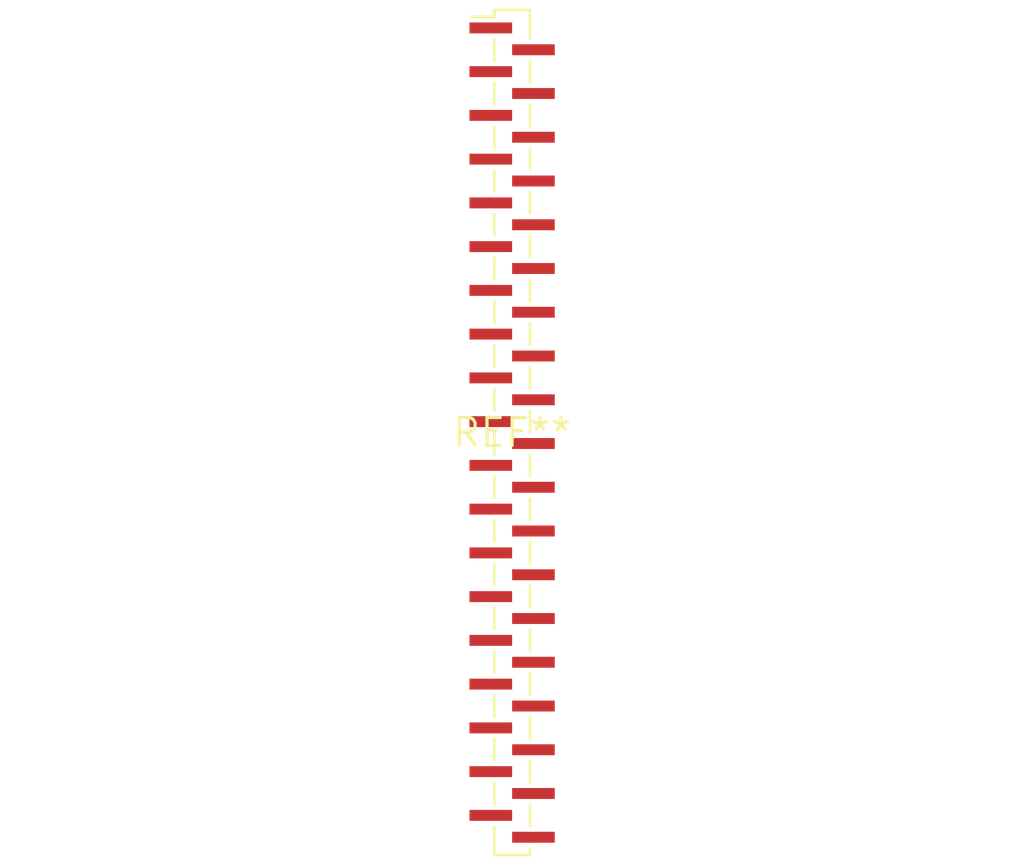
<source format=kicad_pcb>
(kicad_pcb (version 20240108) (generator pcbnew)
  (layers (0 "F.Cu" signal) (31 "B.Cu" signal) (34 "B.Paste" user) (35 "F.Paste" user) (36 "B.SilkS" user "B.Silkscreen") (37 "F.SilkS" user "F.Silkscreen") (38 "B.Mask" user) (39 "F.Mask" user) (44 "Edge.Cuts" user))
  (net 0 "")
  (footprint "PinSocket_1x38_P1.00mm_Vertical_SMD_Pin1Left" (layer "F.Cu") (at 0 0)
    (property "Reference" "REF**")
    (property "Value" "PinSocket_1x38_P1.00mm_Vertical_SMD_Pin1Left")
    (fp_line (start -1.89 -19.01) (end -0.81 -19.01) (layer "F.SilkS") (stroke (width 0.12)))
    (fp_line (start -0.81 -19.31) (end -0.81 -19.01) (layer "F.SilkS") (stroke (width 0.12)))
    (fp_line (start -0.81 -19.31) (end 0.81 -19.31) (layer "F.SilkS") (stroke (width 0.12)))
    (fp_line (start -0.81 -17.99) (end -0.81 -17.01) (layer "F.SilkS") (stroke (width 0.12)))
    (fp_line (start -0.81 -15.99) (end -0.81 -15.01) (layer "F.SilkS") (stroke (width 0.12)))
    (fp_line (start -0.81 -13.99) (end -0.81 -13.01) (layer "F.SilkS") (stroke (width 0.12)))
    (fp_line (start -0.81 -11.99) (end -0.81 -11.01) (layer "F.SilkS") (stroke (width 0.12)))
    (fp_line (start -0.81 -9.99) (end -0.81 -9.01) (layer "F.SilkS") (stroke (width 0.12)))
    (fp_line (start -0.81 -7.99) (end -0.81 -7.01) (layer "F.SilkS") (stroke (width 0.12)))
    (fp_line (start -0.81 -5.99) (end -0.81 -5.01) (layer "F.SilkS") (stroke (width 0.12)))
    (fp_line (start -0.81 -3.99) (end -0.81 -3.01) (layer "F.SilkS") (stroke (width 0.12)))
    (fp_line (start -0.81 -1.99) (end -0.81 -1.01) (layer "F.SilkS") (stroke (width 0.12)))
    (fp_line (start -0.81 0.01) (end -0.81 0.99) (layer "F.SilkS") (stroke (width 0.12)))
    (fp_line (start -0.81 2.01) (end -0.81 2.99) (layer "F.SilkS") (stroke (width 0.12)))
    (fp_line (start -0.81 4.01) (end -0.81 4.99) (layer "F.SilkS") (stroke (width 0.12)))
    (fp_line (start -0.81 6.01) (end -0.81 6.99) (layer "F.SilkS") (stroke (width 0.12)))
    (fp_line (start -0.81 8.01) (end -0.81 8.99) (layer "F.SilkS") (stroke (width 0.12)))
    (fp_line (start -0.81 10.01) (end -0.81 10.99) (layer "F.SilkS") (stroke (width 0.12)))
    (fp_line (start -0.81 12.01) (end -0.81 12.99) (layer "F.SilkS") (stroke (width 0.12)))
    (fp_line (start -0.81 14.01) (end -0.81 14.99) (layer "F.SilkS") (stroke (width 0.12)))
    (fp_line (start -0.81 16.01) (end -0.81 16.99) (layer "F.SilkS") (stroke (width 0.12)))
    (fp_line (start -0.81 18.01) (end -0.81 19.31) (layer "F.SilkS") (stroke (width 0.12)))
    (fp_line (start -0.81 19.31) (end 0.81 19.31) (layer "F.SilkS") (stroke (width 0.12)))
    (fp_line (start 0.81 -19.31) (end 0.81 -18.01) (layer "F.SilkS") (stroke (width 0.12)))
    (fp_line (start 0.81 -16.99) (end 0.81 -16.01) (layer "F.SilkS") (stroke (width 0.12)))
    (fp_line (start 0.81 -14.99) (end 0.81 -14.01) (layer "F.SilkS") (stroke (width 0.12)))
    (fp_line (start 0.81 -12.99) (end 0.81 -12.01) (layer "F.SilkS") (stroke (width 0.12)))
    (fp_line (start 0.81 -10.99) (end 0.81 -10.01) (layer "F.SilkS") (stroke (width 0.12)))
    (fp_line (start 0.81 -8.99) (end 0.81 -8.01) (layer "F.SilkS") (stroke (width 0.12)))
    (fp_line (start 0.81 -6.99) (end 0.81 -6.01) (layer "F.SilkS") (stroke (width 0.12)))
    (fp_line (start 0.81 -4.99) (end 0.81 -4.01) (layer "F.SilkS") (stroke (width 0.12)))
    (fp_line (start 0.81 -2.99) (end 0.81 -2.01) (layer "F.SilkS") (stroke (width 0.12)))
    (fp_line (start 0.81 -0.99) (end 0.81 -0.01) (layer "F.SilkS") (stroke (width 0.12)))
    (fp_line (start 0.81 1.01) (end 0.81 1.99) (layer "F.SilkS") (stroke (width 0.12)))
    (fp_line (start 0.81 3.01) (end 0.81 3.99) (layer "F.SilkS") (stroke (width 0.12)))
    (fp_line (start 0.81 5.01) (end 0.81 5.99) (layer "F.SilkS") (stroke (width 0.12)))
    (fp_line (start 0.81 7.01) (end 0.81 7.99) (layer "F.SilkS") (stroke (width 0.12)))
    (fp_line (start 0.81 9.01) (end 0.81 9.99) (layer "F.SilkS") (stroke (width 0.12)))
    (fp_line (start 0.81 11.01) (end 0.81 11.99) (layer "F.SilkS") (stroke (width 0.12)))
    (fp_line (start 0.81 13.01) (end 0.81 13.99) (layer "F.SilkS") (stroke (width 0.12)))
    (fp_line (start 0.81 15.01) (end 0.81 15.99) (layer "F.SilkS") (stroke (width 0.12)))
    (fp_line (start 0.81 17.01) (end 0.81 17.99) (layer "F.SilkS") (stroke (width 0.12)))
    (fp_line (start 0.81 19.01) (end 0.81 19.31) (layer "F.SilkS") (stroke (width 0.12)))
    (pad "1" smd rect (at -0.975 -18.5) (size 1.95 0.5) (layers "F.Cu" "F.Paste" "F.Mask"))
    (pad "2" smd rect (at 0.975 -17.5) (size 1.95 0.5) (layers "F.Cu" "F.Paste" "F.Mask"))
    (pad "3" smd rect (at -0.975 -16.5) (size 1.95 0.5) (layers "F.Cu" "F.Paste" "F.Mask"))
    (pad "4" smd rect (at 0.975 -15.5) (size 1.95 0.5) (layers "F.Cu" "F.Paste" "F.Mask"))
    (pad "5" smd rect (at -0.975 -14.5) (size 1.95 0.5) (layers "F.Cu" "F.Paste" "F.Mask"))
    (pad "6" smd rect (at 0.975 -13.5) (size 1.95 0.5) (layers "F.Cu" "F.Paste" "F.Mask"))
    (pad "7" smd rect (at -0.975 -12.5) (size 1.95 0.5) (layers "F.Cu" "F.Paste" "F.Mask"))
    (pad "8" smd rect (at 0.975 -11.5) (size 1.95 0.5) (layers "F.Cu" "F.Paste" "F.Mask"))
    (pad "9" smd rect (at -0.975 -10.5) (size 1.95 0.5) (layers "F.Cu" "F.Paste" "F.Mask"))
    (pad "10" smd rect (at 0.975 -9.5) (size 1.95 0.5) (layers "F.Cu" "F.Paste" "F.Mask"))
    (pad "11" smd rect (at -0.975 -8.5) (size 1.95 0.5) (layers "F.Cu" "F.Paste" "F.Mask"))
    (pad "12" smd rect (at 0.975 -7.5) (size 1.95 0.5) (layers "F.Cu" "F.Paste" "F.Mask"))
    (pad "13" smd rect (at -0.975 -6.5) (size 1.95 0.5) (layers "F.Cu" "F.Paste" "F.Mask"))
    (pad "14" smd rect (at 0.975 -5.5) (size 1.95 0.5) (layers "F.Cu" "F.Paste" "F.Mask"))
    (pad "15" smd rect (at -0.975 -4.5) (size 1.95 0.5) (layers "F.Cu" "F.Paste" "F.Mask"))
    (pad "16" smd rect (at 0.975 -3.5) (size 1.95 0.5) (layers "F.Cu" "F.Paste" "F.Mask"))
    (pad "17" smd rect (at -0.975 -2.5) (size 1.95 0.5) (layers "F.Cu" "F.Paste" "F.Mask"))
    (pad "18" smd rect (at 0.975 -1.5) (size 1.95 0.5) (layers "F.Cu" "F.Paste" "F.Mask"))
    (pad "19" smd rect (at -0.975 -0.5) (size 1.95 0.5) (layers "F.Cu" "F.Paste" "F.Mask"))
    (pad "20" smd rect (at 0.975 0.5) (size 1.95 0.5) (layers "F.Cu" "F.Paste" "F.Mask"))
    (pad "21" smd rect (at -0.975 1.5) (size 1.95 0.5) (layers "F.Cu" "F.Paste" "F.Mask"))
    (pad "22" smd rect (at 0.975 2.5) (size 1.95 0.5) (layers "F.Cu" "F.Paste" "F.Mask"))
    (pad "23" smd rect (at -0.975 3.5) (size 1.95 0.5) (layers "F.Cu" "F.Paste" "F.Mask"))
    (pad "24" smd rect (at 0.975 4.5) (size 1.95 0.5) (layers "F.Cu" "F.Paste" "F.Mask"))
    (pad "25" smd rect (at -0.975 5.5) (size 1.95 0.5) (layers "F.Cu" "F.Paste" "F.Mask"))
    (pad "26" smd rect (at 0.975 6.5) (size 1.95 0.5) (layers "F.Cu" "F.Paste" "F.Mask"))
    (pad "27" smd rect (at -0.975 7.5) (size 1.95 0.5) (layers "F.Cu" "F.Paste" "F.Mask"))
    (pad "28" smd rect (at 0.975 8.5) (size 1.95 0.5) (layers "F.Cu" "F.Paste" "F.Mask"))
    (pad "29" smd rect (at -0.975 9.5) (size 1.95 0.5) (layers "F.Cu" "F.Paste" "F.Mask"))
    (pad "30" smd rect (at 0.975 10.5) (size 1.95 0.5) (layers "F.Cu" "F.Paste" "F.Mask"))
    (pad "31" smd rect (at -0.975 11.5) (size 1.95 0.5) (layers "F.Cu" "F.Paste" "F.Mask"))
    (pad "32" smd rect (at 0.975 12.5) (size 1.95 0.5) (layers "F.Cu" "F.Paste" "F.Mask"))
    (pad "33" smd rect (at -0.975 13.5) (size 1.95 0.5) (layers "F.Cu" "F.Paste" "F.Mask"))
    (pad "34" smd rect (at 0.975 14.5) (size 1.95 0.5) (layers "F.Cu" "F.Paste" "F.Mask"))
    (pad "35" smd rect (at -0.975 15.5) (size 1.95 0.5) (layers "F.Cu" "F.Paste" "F.Mask"))
    (pad "36" smd rect (at 0.975 16.5) (size 1.95 0.5) (layers "F.Cu" "F.Paste" "F.Mask"))
    (pad "37" smd rect (at -0.975 17.5) (size 1.95 0.5) (layers "F.Cu" "F.Paste" "F.Mask"))
    (pad "38" smd rect (at 0.975 18.5) (size 1.95 0.5) (layers "F.Cu" "F.Paste" "F.Mask"))
  )
)
</source>
